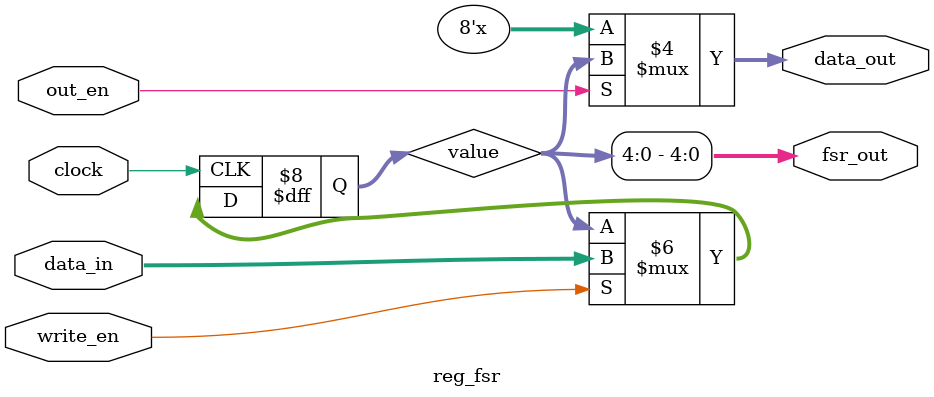
<source format=v>
module reg_fsr (
    input        clock,
    input        out_en,
    input        write_en,
    input [7:0]  data_in,
    output reg [7:0] data_out,
    output reg [4:0] fsr_out
);

    reg [7:0] value;

    always @ (posedge clock) begin
        if (write_en) begin
            value <= data_in;
        end
    end

    always @ (*) begin
        if (out_en) begin
            data_out = value;
        end else begin
            data_out = 8'bz;
        end
        fsr_out = value[4:0];
    end
endmodule


</source>
